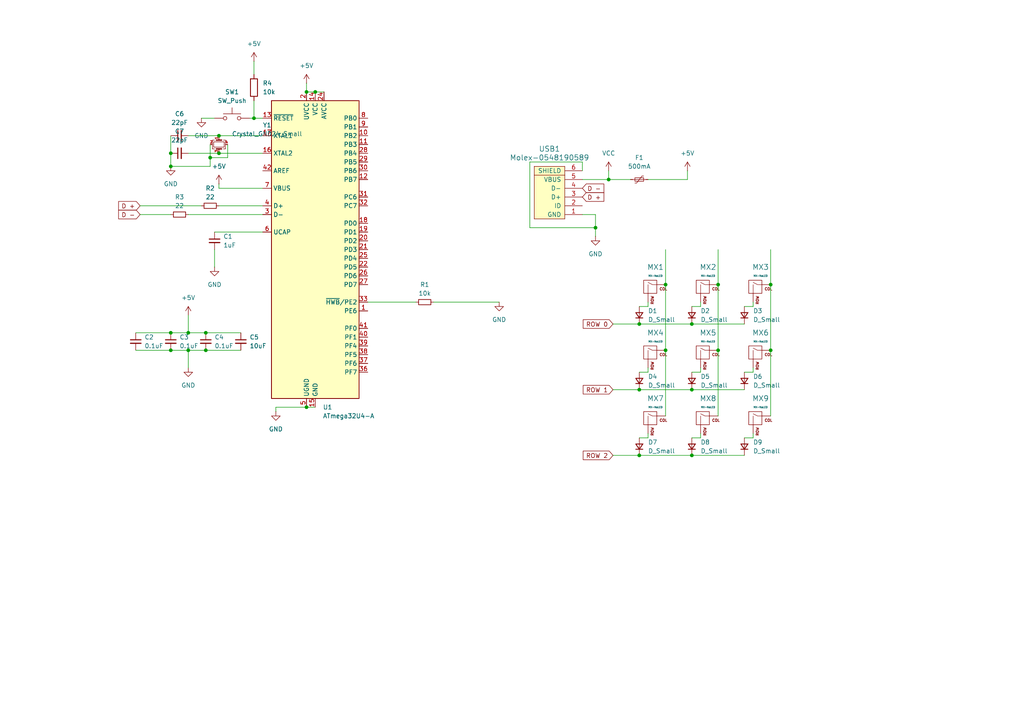
<source format=kicad_sch>
(kicad_sch (version 20231120) (generator "eeschema") (generator_version "8.0")
  (paper "A4")
  (lib_symbols
    (symbol "Device:C_Small" (pin_numbers hide) (pin_names (offset 0.254) hide)
      (property "Reference" "C" (at 0.254 1.778 0))
      (property "Value" "C_Small" (at 0.254 -2.032 0))
      (symbol "C_Small_0_1"
        (polyline (pts (xy -1.524 -0.508) (xy 1.524 -0.508)) (stroke (width 0.3302)))
        (polyline (pts (xy -1.524 0.508) (xy 1.524 0.508)) (stroke (width 0.3048)))
      )
      (symbol "C_Small_1_1"
        (pin passive line (at 0 2.54 270) (length 2.032) (name "~") (number "1"))
        (pin passive line (at 0 -2.54 90) (length 2.032) (name "~") (number "2"))
      )
    )
    (symbol "Device:Crystal_GND24_Small" (pin_names (offset 1.016) hide)
      (property "Reference" "Y" (at 1.27 4.445 0))
      (property "Value" "Crystal_GND24_Small" (at 1.27 2.54 0))
      (symbol "Crystal_GND24_Small_0_1"
        (rectangle (start -0.762 -1.524) (end 0.762 1.524))
        (polyline (pts (xy -1.27 -0.762) (xy -1.27 0.762)) (stroke (width 0.381)))
        (polyline (pts (xy 1.27 -0.762) (xy 1.27 0.762)) (stroke (width 0.381)))
        (polyline (pts (xy -1.27 -1.27) (xy -1.27 -1.905) (xy 1.27 -1.905) (xy 1.27 -1.27)))
        (polyline (pts (xy -1.27 1.27) (xy -1.27 1.905) (xy 1.27 1.905) (xy 1.27 1.27)))
      )
      (symbol "Crystal_GND24_Small_1_1"
        (pin passive line (at -2.54 0 0) (length 1.27) (name "1") (number "1"))
        (pin passive line (at 0 -2.54 90) (length 0.635) (name "2") (number "2"))
        (pin passive line (at 2.54 0 180) (length 1.27) (name "3") (number "3"))
        (pin passive line (at 0 2.54 270) (length 0.635) (name "4") (number "4"))
      )
    )
    (symbol "Device:D_Small" (pin_numbers hide) (pin_names (offset 0.254) hide)
      (property "Reference" "D" (at -1.27 2.032 0))
      (property "Value" "D_Small" (at -3.81 -2.032 0))
      (symbol "D_Small_0_1"
        (polyline (pts (xy -0.762 -1.016) (xy -0.762 1.016)) (stroke (width 0.254)))
        (polyline (pts (xy -0.762 0) (xy 0.762 0)))
        (polyline (pts (xy 0.762 -1.016) (xy -0.762 0) (xy 0.762 1.016) (xy 0.762 -1.016)) (stroke (width 0.254)))
      )
      (symbol "D_Small_1_1"
        (pin passive line (at -2.54 0 0) (length 1.778) (name "K") (number "1"))
        (pin passive line (at 2.54 0 180) (length 1.778) (name "A") (number "2"))
      )
    )
    (symbol "Device:Polyfuse_Small" (pin_numbers hide) (pin_names (offset 0))
      (property "Reference" "F" (at -1.905 0 90))
      (property "Value" "Polyfuse_Small" (at 1.905 0 90))
      (symbol "Polyfuse_Small_0_1"
        (rectangle (start -0.508 1.27) (end 0.508 -1.27))
        (polyline (pts (xy 0 2.54) (xy 0 -2.54)))
        (polyline (pts (xy -1.016 1.27) (xy -1.016 0.762) (xy 1.016 -0.762) (xy 1.016 -1.27)))
      )
      (symbol "Polyfuse_Small_1_1"
        (pin passive line (at 0 2.54 270) (length 0.635) (name "~") (number "1"))
        (pin passive line (at 0 -2.54 90) (length 0.635) (name "~") (number "2"))
      )
    )
    (symbol "Device:R" (pin_numbers hide) (pin_names (offset 0))
      (property "Reference" "R" (at 2.032 0 90))
      (property "Value" "R" (at 0 0 90))
      (symbol "R_0_1"
        (rectangle (start -1.016 -2.54) (end 1.016 2.54) (stroke (width 0.254)))
      )
      (symbol "R_1_1"
        (pin passive line (at 0 3.81 270) (length 1.27) (name "~") (number "1"))
        (pin passive line (at 0 -3.81 90) (length 1.27) (name "~") (number "2"))
      )
    )
    (symbol "Device:R_Small" (pin_numbers hide) (pin_names (offset 0.254) hide)
      (property "Reference" "R" (at 0.762 0.508 0))
      (property "Value" "R_Small" (at 0.762 -1.016 0))
      (symbol "R_Small_0_1"
        (rectangle (start -0.762 1.778) (end 0.762 -1.778) (stroke (width 0.2032)))
      )
      (symbol "R_Small_1_1"
        (pin passive line (at 0 2.54 270) (length 0.762) (name "~") (number "1"))
        (pin passive line (at 0 -2.54 90) (length 0.762) (name "~") (number "2"))
      )
    )
    (symbol "MCU_Microchip_ATmega:ATmega32U4-A"
      (property "Reference" "U" (at -12.7 44.45 0))
      (property "Value" "ATmega32U4-A" (at 2.54 -44.45 0))
      (symbol "ATmega32U4-A_0_1"
        (rectangle (start -12.7 -43.18) (end 12.7 43.18) (stroke (width 0.254)) (fill (type background)))
      )
      (symbol "ATmega32U4-A_1_1"
        (pin bidirectional line (at 15.24 -17.78 180) (length 2.54) (name "PE6") (number "1"))
        (pin bidirectional line (at 15.24 33.02 180) (length 2.54) (name "PB2") (number "10"))
        (pin bidirectional line (at 15.24 30.48 180) (length 2.54) (name "PB3") (number "11"))
        (pin bidirectional line (at 15.24 20.32 180) (length 2.54) (name "PB7") (number "12"))
        (pin input line (at -15.24 38.1 0) (length 2.54) (name "~{RESET}") (number "13"))
        (pin power_in line (at 0 45.72 270) (length 2.54) (name "VCC") (number "14"))
        (pin power_in line (at 0 -45.72 90) (length 2.54) (name "GND") (number "15"))
        (pin output line (at -15.24 27.94 0) (length 2.54) (name "XTAL2") (number "16"))
        (pin input line (at -15.24 33.02 0) (length 2.54) (name "XTAL1") (number "17"))
        (pin bidirectional line (at 15.24 7.62 180) (length 2.54) (name "PD0") (number "18"))
        (pin bidirectional line (at 15.24 5.08 180) (length 2.54) (name "PD1") (number "19"))
        (pin power_in line (at -2.54 45.72 270) (length 2.54) (name "UVCC") (number "2"))
        (pin bidirectional line (at 15.24 2.54 180) (length 2.54) (name "PD2") (number "20"))
        (pin bidirectional line (at 15.24 0 180) (length 2.54) (name "PD3") (number "21"))
        (pin bidirectional line (at 15.24 -5.08 180) (length 2.54) (name "PD5") (number "22"))
        (pin passive line (at 0 -45.72 90) (length 2.54) hide (name "GND") (number "23"))
        (pin power_in line (at 2.54 45.72 270) (length 2.54) (name "AVCC") (number "24"))
        (pin bidirectional line (at 15.24 -2.54 180) (length 2.54) (name "PD4") (number "25"))
        (pin bidirectional line (at 15.24 -7.62 180) (length 2.54) (name "PD6") (number "26"))
        (pin bidirectional line (at 15.24 -10.16 180) (length 2.54) (name "PD7") (number "27"))
        (pin bidirectional line (at 15.24 27.94 180) (length 2.54) (name "PB4") (number "28"))
        (pin bidirectional line (at 15.24 25.4 180) (length 2.54) (name "PB5") (number "29"))
        (pin bidirectional line (at -15.24 10.16 0) (length 2.54) (name "D-") (number "3"))
        (pin bidirectional line (at 15.24 22.86 180) (length 2.54) (name "PB6") (number "30"))
        (pin bidirectional line (at 15.24 15.24 180) (length 2.54) (name "PC6") (number "31"))
        (pin bidirectional line (at 15.24 12.7 180) (length 2.54) (name "PC7") (number "32"))
        (pin bidirectional line (at 15.24 -15.24 180) (length 2.54) (name "~{HWB}/PE2") (number "33"))
        (pin passive line (at 0 45.72 270) (length 2.54) hide (name "VCC") (number "34"))
        (pin passive line (at 0 -45.72 90) (length 2.54) hide (name "GND") (number "35"))
        (pin bidirectional line (at 15.24 -35.56 180) (length 2.54) (name "PF7") (number "36"))
        (pin bidirectional line (at 15.24 -33.02 180) (length 2.54) (name "PF6") (number "37"))
        (pin bidirectional line (at 15.24 -30.48 180) (length 2.54) (name "PF5") (number "38"))
        (pin bidirectional line (at 15.24 -27.94 180) (length 2.54) (name "PF4") (number "39"))
        (pin bidirectional line (at -15.24 12.7 0) (length 2.54) (name "D+") (number "4"))
        (pin bidirectional line (at 15.24 -25.4 180) (length 2.54) (name "PF1") (number "40"))
        (pin bidirectional line (at 15.24 -22.86 180) (length 2.54) (name "PF0") (number "41"))
        (pin passive line (at -15.24 22.86 0) (length 2.54) (name "AREF") (number "42"))
        (pin passive line (at 0 -45.72 90) (length 2.54) hide (name "GND") (number "43"))
        (pin passive line (at 2.54 45.72 270) (length 2.54) hide (name "AVCC") (number "44"))
        (pin passive line (at -2.54 -45.72 90) (length 2.54) (name "UGND") (number "5"))
        (pin passive line (at -15.24 5.08 0) (length 2.54) (name "UCAP") (number "6"))
        (pin input line (at -15.24 17.78 0) (length 2.54) (name "VBUS") (number "7"))
        (pin bidirectional line (at 15.24 38.1 180) (length 2.54) (name "PB0") (number "8"))
        (pin bidirectional line (at 15.24 35.56 180) (length 2.54) (name "PB1") (number "9"))
      )
    )
    (symbol "MX_Alps_Hybrid:MX-NoLED" (pin_names (offset 1.016))
      (property "Reference" "MX" (at -0.635 3.81 0))
      (property "Value" "MX-NoLED" (at -0.635 1.27 0))
      (symbol "MX-NoLED_0_0"
        (rectangle (start -2.54 2.54) (end 1.27 -1.27))
        (polyline (pts (xy -1.27 -1.27) (xy -1.27 1.27)) (stroke (width 0.127)))
        (polyline (pts (xy 1.27 1.27) (xy 0 1.27) (xy -1.27 1.905)) (stroke (width 0.127)))
        (text "COL" (at 3.175 0 0) (effects (font (size 0.762 0.762))))
        (text "ROW" (at 0 -1.905 900) (effects (font (size 0.762 0.762)) (justify right)))
      )
      (symbol "MX-NoLED_1_1"
        (pin passive line (at 3.81 1.27 180) (length 2.54) (name "COL") (number "1"))
        (pin passive line (at -1.27 -3.81 90) (length 2.54) (name "ROW") (number "2"))
      )
    )
    (symbol "Switch:SW_Push" (pin_numbers hide) (pin_names (offset 1.016) hide)
      (property "Reference" "SW" (at 1.27 2.54 0))
      (property "Value" "SW_Push" (at 0 -1.524 0))
      (symbol "SW_Push_0_1"
        (circle (center -2.032 0) (radius 0.508))
        (polyline (pts (xy 0 1.27) (xy 0 3.048)))
        (polyline (pts (xy 2.54 1.27) (xy -2.54 1.27)))
        (circle (center 2.032 0) (radius 0.508))
        (pin passive line (at -5.08 0 0) (length 2.54) (name "1") (number "1"))
        (pin passive line (at 5.08 0 180) (length 2.54) (name "2") (number "2"))
      )
    )
    (symbol "power:+5V" (power) (pin_numbers hide) (pin_names (offset 0) hide)
      (property "Value" "+5V" (at 0 3.556 0))
      (symbol "+5V_0_1"
        (polyline (pts (xy -0.762 1.27) (xy 0 2.54)))
        (polyline (pts (xy 0 0) (xy 0 2.54)))
        (polyline (pts (xy 0 2.54) (xy 0.762 1.27)))
      )
      (symbol "+5V_1_1"
        (pin power_in line (at 0 0 90) (length 0) (name "~") (number "1"))
      )
    )
    (symbol "power:GND" (power) (pin_numbers hide) (pin_names (offset 0) hide)
      (property "Value" "GND" (at 0 -3.81 0))
      (symbol "GND_0_1"
        (polyline (pts (xy 0 0) (xy 0 -1.27) (xy 1.27 -1.27) (xy 0 -2.54) (xy -1.27 -1.27) (xy 0 -1.27)))
      )
      (symbol "GND_1_1"
        (pin power_in line (at 0 0 270) (length 0) (name "~") (number "1"))
      )
    )
    (symbol "power:VCC" (power) (pin_numbers hide) (pin_names (offset 0) hide)
      (property "Value" "VCC" (at 0 3.556 0))
      (symbol "VCC_0_1"
        (polyline (pts (xy -0.762 1.27) (xy 0 2.54)))
        (polyline (pts (xy 0 0) (xy 0 2.54)))
        (polyline (pts (xy 0 2.54) (xy 0.762 1.27)))
      )
      (symbol "VCC_1_1"
        (pin power_in line (at 0 0 90) (length 0) (name "~") (number "1"))
      )
    )
    (symbol "random-keyboard-parts:Molex-0548190589" (pin_names (offset 1.016))
      (property "Reference" "USB" (at 0 7.62 0))
      (property "Value" "Molex-0548190589" (at 0 10.16 0))
      (symbol "Molex-0548190589_0_0"
        (polyline (pts (xy 6.35 -2.54) (xy 6.35 6.35)))
        (rectangle (start 8.89 -2.54) (end -6.35 6.35) (fill (type background)))
      )
      (symbol "Molex-0548190589_1_1"
        (pin input line (at -5.08 -7.62 90) (length 5.08) (name "GND") (number "1"))
        (pin input line (at -2.54 -7.62 90) (length 5.08) (name "ID") (number "2"))
        (pin input line (at 0 -7.62 90) (length 5.08) (name "D+") (number "3"))
        (pin input line (at 2.54 -7.62 90) (length 5.08) (name "D-") (number "4"))
        (pin input line (at 5.08 -7.62 90) (length 5.08) (name "VBUS") (number "5"))
        (pin input line (at 7.62 -7.62 90) (length 5.08) (name "SHIELD") (number "6"))
      )
    )
  )
  (junction (at 208.28 82.55))
  (junction (at 49.53 48.26))
  (junction (at 200.66 93.98))
  (junction (at 193.04 101.6))
  (junction (at 88.9 26.67))
  (junction (at 63.5 44.45))
  (junction (at 88.9 118.11))
  (junction (at 200.66 113.03))
  (junction (at 91.44 26.67))
  (junction (at 208.28 101.6))
  (junction (at 49.53 44.45))
  (junction (at 49.53 96.52))
  (junction (at 176.53 52.07))
  (junction (at 223.52 82.55))
  (junction (at 49.53 101.6))
  (junction (at 185.42 93.98))
  (junction (at 54.61 101.6))
  (junction (at 63.5 39.37))
  (junction (at 54.61 96.52))
  (junction (at 172.72 66.04))
  (junction (at 185.42 113.03))
  (junction (at 59.69 101.6))
  (junction (at 73.66 34.29))
  (junction (at 200.66 132.08))
  (junction (at 59.69 96.52))
  (junction (at 193.04 82.55))
  (junction (at 223.52 101.6))
  (junction (at 60.96 45.72))
  (junction (at 185.42 132.08))
  (wire (pts (xy 88.9 24.13) (xy 88.9 26.67)))
  (wire (pts (xy 187.96 88.9) (xy 185.42 88.9)))
  (wire (pts (xy 218.44 88.9) (xy 215.9 88.9)))
  (wire (pts (xy 223.52 82.55) (xy 223.52 101.6)))
  (wire (pts (xy 176.53 52.07) (xy 176.53 49.53)))
  (wire (pts (xy 177.8 132.08) (xy 185.42 132.08)))
  (wire (pts (xy 168.91 62.23) (xy 172.72 62.23)))
  (wire (pts (xy 218.44 106.68) (xy 218.44 107.95)))
  (wire (pts (xy 185.42 113.03) (xy 200.66 113.03)))
  (wire (pts (xy 177.8 93.98) (xy 185.42 93.98)))
  (wire (pts (xy 60.96 48.26) (xy 60.96 45.72)))
  (wire (pts (xy 59.69 96.52) (xy 69.85 96.52)))
  (wire (pts (xy 187.96 125.73) (xy 187.96 127)))
  (wire (pts (xy 73.66 29.21) (xy 73.66 34.29)))
  (wire (pts (xy 185.42 132.08) (xy 200.66 132.08)))
  (wire (pts (xy 199.39 52.07) (xy 199.39 49.53)))
  (wire (pts (xy 200.66 113.03) (xy 215.9 113.03)))
  (wire (pts (xy 76.2 54.61) (xy 63.5 54.61)))
  (wire (pts (xy 187.96 87.63) (xy 187.96 88.9)))
  (wire (pts (xy 54.61 62.23) (xy 76.2 62.23)))
  (wire (pts (xy 177.8 113.03) (xy 185.42 113.03)))
  (wire (pts (xy 54.61 101.6) (xy 59.69 101.6)))
  (wire (pts (xy 106.68 87.63) (xy 120.65 87.63)))
  (wire (pts (xy 187.96 127) (xy 185.42 127)))
  (wire (pts (xy 208.28 101.6) (xy 208.28 120.65)))
  (wire (pts (xy 187.96 107.95) (xy 185.42 107.95)))
  (wire (pts (xy 60.96 45.72) (xy 66.04 45.72)))
  (wire (pts (xy 54.61 39.37) (xy 63.5 39.37)))
  (wire (pts (xy 40.64 59.69) (xy 58.42 59.69)))
  (wire (pts (xy 187.96 106.68) (xy 187.96 107.95)))
  (wire (pts (xy 218.44 127) (xy 215.9 127)))
  (wire (pts (xy 63.5 39.37) (xy 76.2 39.37)))
  (wire (pts (xy 203.2 106.68) (xy 203.2 107.95)))
  (wire (pts (xy 49.53 101.6) (xy 54.61 101.6)))
  (wire (pts (xy 54.61 96.52) (xy 59.69 96.52)))
  (wire (pts (xy 49.53 44.45) (xy 49.53 48.26)))
  (wire (pts (xy 80.01 119.38) (xy 80.01 118.11)))
  (wire (pts (xy 88.9 26.67) (xy 91.44 26.67)))
  (wire (pts (xy 187.96 52.07) (xy 199.39 52.07)))
  (wire (pts (xy 218.44 125.73) (xy 218.44 127)))
  (wire (pts (xy 125.73 87.63) (xy 144.78 87.63)))
  (wire (pts (xy 88.9 118.11) (xy 91.44 118.11)))
  (wire (pts (xy 54.61 44.45) (xy 63.5 44.45)))
  (wire (pts (xy 54.61 91.44) (xy 54.61 96.52)))
  (wire (pts (xy 49.53 39.37) (xy 49.53 44.45)))
  (wire (pts (xy 63.5 44.45) (xy 76.2 44.45)))
  (wire (pts (xy 62.23 72.39) (xy 62.23 77.47)))
  (wire (pts (xy 203.2 125.73) (xy 203.2 127)))
  (wire (pts (xy 73.66 17.78) (xy 73.66 21.59)))
  (wire (pts (xy 54.61 101.6) (xy 54.61 106.68)))
  (wire (pts (xy 203.2 127) (xy 200.66 127)))
  (wire (pts (xy 62.23 67.31) (xy 76.2 67.31)))
  (wire (pts (xy 193.04 82.55) (xy 193.04 101.6)))
  (wire (pts (xy 185.42 93.98) (xy 200.66 93.98)))
  (wire (pts (xy 40.64 62.23) (xy 49.53 62.23)))
  (wire (pts (xy 223.52 72.39) (xy 223.52 82.55)))
  (wire (pts (xy 63.5 59.69) (xy 76.2 59.69)))
  (wire (pts (xy 203.2 88.9) (xy 200.66 88.9)))
  (wire (pts (xy 72.39 34.29) (xy 73.66 34.29)))
  (wire (pts (xy 66.04 45.72) (xy 66.04 41.91)))
  (wire (pts (xy 49.53 48.26) (xy 60.96 48.26)))
  (wire (pts (xy 49.53 96.52) (xy 54.61 96.52)))
  (wire (pts (xy 203.2 87.63) (xy 203.2 88.9)))
  (wire (pts (xy 153.67 66.04) (xy 172.72 66.04)))
  (wire (pts (xy 80.01 118.11) (xy 88.9 118.11)))
  (wire (pts (xy 168.91 49.53) (xy 168.91 46.99)))
  (wire (pts (xy 60.96 45.72) (xy 60.96 41.91)))
  (wire (pts (xy 223.52 101.6) (xy 223.52 120.65)))
  (wire (pts (xy 200.66 132.08) (xy 215.9 132.08)))
  (wire (pts (xy 200.66 93.98) (xy 215.9 93.98)))
  (wire (pts (xy 63.5 53.34) (xy 63.5 54.61)))
  (wire (pts (xy 172.72 62.23) (xy 172.72 66.04)))
  (wire (pts (xy 203.2 107.95) (xy 200.66 107.95)))
  (wire (pts (xy 39.37 96.52) (xy 49.53 96.52)))
  (wire (pts (xy 208.28 72.39) (xy 208.28 82.55)))
  (wire (pts (xy 193.04 72.39) (xy 193.04 82.55)))
  (wire (pts (xy 218.44 87.63) (xy 218.44 88.9)))
  (wire (pts (xy 176.53 52.07) (xy 182.88 52.07)))
  (wire (pts (xy 218.44 107.95) (xy 215.9 107.95)))
  (wire (pts (xy 208.28 82.55) (xy 208.28 101.6)))
  (wire (pts (xy 58.42 34.29) (xy 62.23 34.29)))
  (wire (pts (xy 168.91 46.99) (xy 153.67 46.99)))
  (wire (pts (xy 153.67 46.99) (xy 153.67 66.04)))
  (wire (pts (xy 168.91 52.07) (xy 176.53 52.07)))
  (wire (pts (xy 172.72 66.04) (xy 172.72 68.58)))
  (wire (pts (xy 59.69 101.6) (xy 69.85 101.6)))
  (wire (pts (xy 193.04 101.6) (xy 193.04 120.65)))
  (wire (pts (xy 91.44 26.67) (xy 93.98 26.67)))
  (wire (pts (xy 39.37 101.6) (xy 49.53 101.6)))
  (wire (pts (xy 73.66 34.29) (xy 76.2 34.29)))
  (global_label "D -" (shape input) (at 40.64 62.23 180) (property "Intersheetrefs" "${INTERSHEET_REFS}" (effects (hide yes))))
  (global_label "D +" (shape input) (at 40.64 59.69 180) (property "Intersheetrefs" "${INTERSHEET_REFS}" (effects (hide yes))))
  (global_label "ROW 0" (shape input) (at 177.8 93.98 180) (property "Intersheetrefs" "${INTERSHEET_REFS}" (effects (hide yes))))
  (global_label "D -" (shape input) (at 168.91 54.61 0) (property "Intersheetrefs" "${INTERSHEET_REFS}" (effects (hide yes))))
  (global_label "D +" (shape input) (at 168.91 57.15 0) (property "Intersheetrefs" "${INTERSHEET_REFS}" (effects (hide yes))))
  (global_label "ROW 2" (shape input) (at 177.8 132.08 180) (property "Intersheetrefs" "${INTERSHEET_REFS}" (effects (hide yes))))
  (global_label "ROW 1" (shape input) (at 177.8 113.03 180) (property "Intersheetrefs" "${INTERSHEET_REFS}" (effects (hide yes))))
  (symbol (lib_id "power:GND") (at 62.23 77.47 0) (unit 1)
    (property "Reference" "#PWR04" (effects (hide yes)))
    (property "Value" "GND" (at 62.23 82.55 0))
    (property "Description" "Power symbol creates a global label with name \"GND\" , ground" (effects (hide yes)))
  )
  (symbol (lib_id "power:+5V") (at 199.39 49.53 0) (unit 1)
    (property "Reference" "#PWR012" (effects (hide yes)))
    (property "Value" "+5V" (at 199.39 44.45 0))
    (property "Description" "Power symbol creates a global label with name \"+5V\"" (effects (hide yes)))
  )
  (symbol (lib_id "Device:D_Small") (at 185.42 129.54 90) (unit 1)
    (property "Reference" "D7" (at 187.96 128.2699 90) (effects (justify right)))
    (property "Value" "D_Small" (at 187.96 130.8099 90) (effects (justify right)))
    (property "Footprint" "Diode_SMD:D_SOD-123" (effects (hide yes)))
    (property "Description" "Diode, small symbol" (effects (hide yes)))
    (property "Sim.Device" "D" (effects (hide yes)))
    (property "Sim.Pins" "1=K 2=A" (effects (hide yes)))
  )
  (symbol (lib_id "MX_Alps_Hybrid:MX-NoLED") (at 189.23 83.82 0) (unit 1)
    (property "Reference" "MX1" (at 190.1252 77.47 0) (effects (font (size 1.524 1.524))))
    (property "Value" "MX-NoLED" (at 190.1252 80.01 0) (effects (font (size 0.508 0.508))))
    (property "Footprint" "MX_Alps_Hybrid:MX-1U-NoLED" (effects (hide yes)))
  )
  (symbol (lib_id "power:VCC") (at 176.53 49.53 0) (unit 1)
    (property "Reference" "#PWR013" (effects (hide yes)))
    (property "Value" "VCC" (at 176.53 44.45 0))
    (property "Description" "Power symbol creates a global label with name \"VCC\"" (effects (hide yes)))
  )
  (symbol (lib_id "power:GND") (at 144.78 87.63 0) (unit 1)
    (property "Reference" "#PWR03" (effects (hide yes)))
    (property "Value" "GND" (at 144.78 92.71 0))
    (property "Description" "Power symbol creates a global label with name \"GND\" , ground" (effects (hide yes)))
  )
  (symbol (lib_id "Device:C_Small") (at 62.23 69.85 0) (unit 1)
    (property "Reference" "C1" (at 64.77 68.5862 0) (effects (justify left)))
    (property "Value" "1uF" (at 64.77 71.1262 0) (effects (justify left)))
    (property "Footprint" "Capacitor_SMD:C_0805_2012Metric" (effects (hide yes)))
    (property "Description" "Unpolarized capacitor, small symbol" (effects (hide yes)))
  )
  (symbol (lib_id "MCU_Microchip_ATmega:ATmega32U4-A") (at 91.44 72.39 0) (unit 1)
    (property "Reference" "U1" (at 93.6341 118.11 0) (effects (justify left)))
    (property "Value" "ATmega32U4-A" (at 93.6341 120.65 0) (effects (justify left)))
    (property "Footprint" "Package_QFP:TQFP-44_10x10mm_P0.8mm" (effects (hide yes)))
    (property "Datasheet" "http://ww1.microchip.com/downloads/en/DeviceDoc/Atmel-7766-8-bit-AVR-ATmega16U4-32U4_Datasheet.pdf" (effects (hide yes)))
    (property "Description" "16MHz, 32kB Flash, 2.5kB SRAM, 1kB EEPROM, USB 2.0, TQFP-44" (effects (hide yes)))
  )
  (symbol (lib_id "Device:D_Small") (at 185.42 110.49 90) (unit 1)
    (property "Reference" "D4" (at 187.96 109.2199 90) (effects (justify right)))
    (property "Value" "D_Small" (at 187.96 111.7599 90) (effects (justify right)))
    (property "Footprint" "Diode_SMD:D_SOD-123" (effects (hide yes)))
    (property "Description" "Diode, small symbol" (effects (hide yes)))
    (property "Sim.Device" "D" (effects (hide yes)))
    (property "Sim.Pins" "1=K 2=A" (effects (hide yes)))
  )
  (symbol (lib_id "MX_Alps_Hybrid:MX-NoLED") (at 189.23 121.92 0) (unit 1)
    (property "Reference" "MX7" (at 190.1252 115.57 0) (effects (font (size 1.524 1.524))))
    (property "Value" "MX-NoLED" (at 190.1252 118.11 0) (effects (font (size 0.508 0.508))))
    (property "Footprint" "MX_Alps_Hybrid:MX-1U-NoLED" (effects (hide yes)))
  )
  (symbol (lib_id "power:GND") (at 172.72 68.58 0) (unit 1)
    (property "Reference" "#PWR011" (effects (hide yes)))
    (property "Value" "GND" (at 172.72 73.66 0))
    (property "Description" "Power symbol creates a global label with name \"GND\" , ground" (effects (hide yes)))
  )
  (symbol (lib_id "Device:D_Small") (at 215.9 129.54 90) (unit 1)
    (property "Reference" "D9" (at 218.44 128.2699 90) (effects (justify right)))
    (property "Value" "D_Small" (at 218.44 130.8099 90) (effects (justify right)))
    (property "Footprint" "Diode_SMD:D_SOD-123" (effects (hide yes)))
    (property "Description" "Diode, small symbol" (effects (hide yes)))
    (property "Sim.Device" "D" (effects (hide yes)))
    (property "Sim.Pins" "1=K 2=A" (effects (hide yes)))
  )
  (symbol (lib_id "MX_Alps_Hybrid:MX-NoLED") (at 204.47 102.87 0) (unit 1)
    (property "Reference" "MX5" (at 205.3652 96.52 0) (effects (font (size 1.524 1.524))))
    (property "Value" "MX-NoLED" (at 205.3652 99.06 0) (effects (font (size 0.508 0.508))))
    (property "Footprint" "MX_Alps_Hybrid:MX-1U-NoLED" (effects (hide yes)))
  )
  (symbol (lib_id "Device:C_Small") (at 69.85 99.06 0) (unit 1)
    (property "Reference" "C5" (at 72.39 97.7962 0) (effects (justify left)))
    (property "Value" "10uF" (at 72.39 100.3362 0) (effects (justify left)))
    (property "Footprint" "Capacitor_SMD:C_0805_2012Metric" (effects (hide yes)))
    (property "Description" "Unpolarized capacitor, small symbol" (effects (hide yes)))
  )
  (symbol (lib_id "MX_Alps_Hybrid:MX-NoLED") (at 189.23 102.87 0) (unit 1)
    (property "Reference" "MX4" (at 190.1252 96.52 0) (effects (font (size 1.524 1.524))))
    (property "Value" "MX-NoLED" (at 190.1252 99.06 0) (effects (font (size 0.508 0.508))))
    (property "Footprint" "MX_Alps_Hybrid:MX-1U-NoLED" (effects (hide yes)))
  )
  (symbol (lib_id "MX_Alps_Hybrid:MX-NoLED") (at 219.71 102.87 0) (unit 1)
    (property "Reference" "MX6" (at 220.6052 96.52 0) (effects (font (size 1.524 1.524))))
    (property "Value" "MX-NoLED" (at 220.6052 99.06 0) (effects (font (size 0.508 0.508))))
    (property "Footprint" "MX_Alps_Hybrid:MX-1U-NoLED" (effects (hide yes)))
  )
  (symbol (lib_id "Device:R") (at 73.66 25.4 0) (unit 1)
    (property "Reference" "R4" (at 76.2 24.1299 0) (effects (justify left)))
    (property "Value" "10k" (at 76.2 26.6699 0) (effects (justify left)))
    (property "Footprint" "Resistor_SMD:R_0805_2012Metric" (effects (hide yes)))
    (property "Description" "Resistor" (effects (hide yes)))
  )
  (symbol (lib_id "Device:D_Small") (at 215.9 91.44 90) (unit 1)
    (property "Reference" "D3" (at 218.44 90.1699 90) (effects (justify right)))
    (property "Value" "D_Small" (at 218.44 92.7099 90) (effects (justify right)))
    (property "Footprint" "Diode_SMD:D_SOD-123" (effects (hide yes)))
    (property "Description" "Diode, small symbol" (effects (hide yes)))
    (property "Sim.Device" "D" (effects (hide yes)))
    (property "Sim.Pins" "1=K 2=A" (effects (hide yes)))
  )
  (symbol (lib_id "Device:R_Small") (at 52.07 62.23 90) (unit 1)
    (property "Reference" "R3" (at 52.07 57.15 90))
    (property "Value" "22" (at 52.07 59.69 90))
    (property "Footprint" "Resistor_SMD:R_0805_2012Metric" (effects (hide yes)))
    (property "Description" "Resistor, small symbol" (effects (hide yes)))
  )
  (symbol (lib_id "MX_Alps_Hybrid:MX-NoLED") (at 219.71 121.92 0) (unit 1)
    (property "Reference" "MX9" (at 220.6052 115.57 0) (effects (font (size 1.524 1.524))))
    (property "Value" "MX-NoLED" (at 220.6052 118.11 0) (effects (font (size 0.508 0.508))))
    (property "Footprint" "MX_Alps_Hybrid:MX-1U-NoLED" (effects (hide yes)))
  )
  (symbol (lib_id "Switch:SW_Push") (at 67.31 34.29 0) (unit 1)
    (property "Reference" "SW1" (at 67.31 26.67 0))
    (property "Value" "SW_Push" (at 67.31 29.21 0))
    (property "Footprint" "random-keyboard-parts:SKQG-1155865" (effects (hide yes)))
    (property "Description" "Push button switch, generic, two pins" (effects (hide yes)))
  )
  (symbol (lib_id "power:+5V") (at 54.61 91.44 0) (unit 1)
    (property "Reference" "#PWR06" (effects (hide yes)))
    (property "Value" "+5V" (at 54.61 86.36 0))
    (property "Description" "Power symbol creates a global label with name \"+5V\"" (effects (hide yes)))
  )
  (symbol (lib_id "Device:D_Small") (at 185.42 91.44 90) (unit 1)
    (property "Reference" "D1" (at 187.96 90.1699 90) (effects (justify right)))
    (property "Value" "D_Small" (at 187.96 92.7099 90) (effects (justify right)))
    (property "Footprint" "Diode_SMD:D_SOD-123" (effects (hide yes)))
    (property "Description" "Diode, small symbol" (effects (hide yes)))
    (property "Sim.Device" "D" (effects (hide yes)))
    (property "Sim.Pins" "1=K 2=A" (effects (hide yes)))
  )
  (symbol (lib_id "power:+5V") (at 88.9 24.13 0) (unit 1)
    (property "Reference" "#PWR01" (effects (hide yes)))
    (property "Value" "+5V" (at 88.9 19.05 0))
    (property "Description" "Power symbol creates a global label with name \"+5V\"" (effects (hide yes)))
  )
  (symbol (lib_id "Device:C_Small") (at 52.07 44.45 90) (unit 1)
    (property "Reference" "C7" (at 52.0763 38.1 90))
    (property "Value" "22pF" (at 52.0763 40.64 90))
    (property "Footprint" "Capacitor_SMD:C_0805_2012Metric" (effects (hide yes)))
    (property "Description" "Unpolarized capacitor, small symbol" (effects (hide yes)))
  )
  (symbol (lib_id "power:GND") (at 49.53 48.26 0) (unit 1)
    (property "Reference" "#PWR08" (effects (hide yes)))
    (property "Value" "GND" (at 49.53 53.34 0))
    (property "Description" "Power symbol creates a global label with name \"GND\" , ground" (effects (hide yes)))
  )
  (symbol (lib_id "MX_Alps_Hybrid:MX-NoLED") (at 204.47 83.82 0) (unit 1)
    (property "Reference" "MX2" (at 205.3652 77.47 0) (effects (font (size 1.524 1.524))))
    (property "Value" "MX-NoLED" (at 205.3652 80.01 0) (effects (font (size 0.508 0.508))))
    (property "Footprint" "MX_Alps_Hybrid:MX-1U-NoLED" (effects (hide yes)))
  )
  (symbol (lib_id "Device:D_Small") (at 200.66 129.54 90) (unit 1)
    (property "Reference" "D8" (at 203.2 128.2699 90) (effects (justify right)))
    (property "Value" "D_Small" (at 203.2 130.8099 90) (effects (justify right)))
    (property "Footprint" "Diode_SMD:D_SOD-123" (effects (hide yes)))
    (property "Description" "Diode, small symbol" (effects (hide yes)))
    (property "Sim.Device" "D" (effects (hide yes)))
    (property "Sim.Pins" "1=K 2=A" (effects (hide yes)))
  )
  (symbol (lib_id "Device:D_Small") (at 200.66 110.49 90) (unit 1)
    (property "Reference" "D5" (at 203.2 109.2199 90) (effects (justify right)))
    (property "Value" "D_Small" (at 203.2 111.7599 90) (effects (justify right)))
    (property "Footprint" "Diode_SMD:D_SOD-123" (effects (hide yes)))
    (property "Description" "Diode, small symbol" (effects (hide yes)))
    (property "Sim.Device" "D" (effects (hide yes)))
    (property "Sim.Pins" "1=K 2=A" (effects (hide yes)))
  )
  (symbol (lib_id "MX_Alps_Hybrid:MX-NoLED") (at 204.47 121.92 0) (unit 1)
    (property "Reference" "MX8" (at 205.3652 115.57 0) (effects (font (size 1.524 1.524))))
    (property "Value" "MX-NoLED" (at 205.3652 118.11 0) (effects (font (size 0.508 0.508))))
    (property "Footprint" "MX_Alps_Hybrid:MX-1U-NoLED" (effects (hide yes)))
  )
  (symbol (lib_id "Device:R_Small") (at 123.19 87.63 90) (unit 1)
    (property "Reference" "R1" (at 123.19 82.55 90))
    (property "Value" "10k" (at 123.19 85.09 90))
    (property "Footprint" "Resistor_SMD:R_0805_2012Metric" (effects (hide yes)))
    (property "Description" "Resistor, small symbol" (effects (hide yes)))
  )
  (symbol (lib_id "Device:C_Small") (at 52.07 39.37 90) (unit 1)
    (property "Reference" "C6" (at 52.0763 33.02 90))
    (property "Value" "22pF" (at 52.0763 35.56 90))
    (property "Footprint" "Capacitor_SMD:C_0805_2012Metric" (effects (hide yes)))
    (property "Description" "Unpolarized capacitor, small symbol" (effects (hide yes)))
  )
  (symbol (lib_id "Device:Crystal_GND24_Small") (at 63.5 41.91 270) (unit 1)
    (property "Reference" "Y1" (at 77.47 36.2898 90))
    (property "Value" "Crystal_GND24_Small" (at 77.47 38.8298 90))
    (property "Footprint" "Crystal:Crystal_SMD_3225-4Pin_3.2x2.5mm" (effects (hide yes)))
    (property "Description" "Four pin crystal, GND on pins 2 and 4, small symbol" (effects (hide yes)))
  )
  (symbol (lib_id "Device:C_Small") (at 39.37 99.06 0) (unit 1)
    (property "Reference" "C2" (at 41.91 97.7962 0) (effects (justify left)))
    (property "Value" "0.1uF" (at 41.91 100.3362 0) (effects (justify left)))
    (property "Footprint" "Capacitor_SMD:C_0805_2012Metric" (effects (hide yes)))
    (property "Description" "Unpolarized capacitor, small symbol" (effects (hide yes)))
  )
  (symbol (lib_id "power:GND") (at 54.61 106.68 0) (unit 1)
    (property "Reference" "#PWR05" (effects (hide yes)))
    (property "Value" "GND" (at 54.61 111.76 0))
    (property "Description" "Power symbol creates a global label with name \"GND\" , ground" (effects (hide yes)))
  )
  (symbol (lib_id "power:+5V") (at 63.5 53.34 0) (unit 1)
    (property "Reference" "#PWR07" (effects (hide yes)))
    (property "Value" "+5V" (at 63.5 48.26 0))
    (property "Description" "Power symbol creates a global label with name \"+5V\"" (effects (hide yes)))
  )
  (symbol (lib_id "Device:D_Small") (at 200.66 91.44 90) (unit 1)
    (property "Reference" "D2" (at 203.2 90.1699 90) (effects (justify right)))
    (property "Value" "D_Small" (at 203.2 92.7099 90) (effects (justify right)))
    (property "Footprint" "Diode_SMD:D_SOD-123" (effects (hide yes)))
    (property "Description" "Diode, small symbol" (effects (hide yes)))
    (property "Sim.Device" "D" (effects (hide yes)))
    (property "Sim.Pins" "1=K 2=A" (effects (hide yes)))
  )
  (symbol (lib_id "MX_Alps_Hybrid:MX-NoLED") (at 219.71 83.82 0) (unit 1)
    (property "Reference" "MX3" (at 220.6052 77.47 0) (effects (font (size 1.524 1.524))))
    (property "Value" "MX-NoLED" (at 220.6052 80.01 0) (effects (font (size 0.508 0.508))))
    (property "Footprint" "MX_Alps_Hybrid:MX-1U-NoLED" (effects (hide yes)))
  )
  (symbol (lib_id "Device:D_Small") (at 215.9 110.49 90) (unit 1)
    (property "Reference" "D6" (at 218.44 109.2199 90) (effects (justify right)))
    (property "Value" "D_Small" (at 218.44 111.7599 90) (effects (justify right)))
    (property "Footprint" "Diode_SMD:D_SOD-123" (effects (hide yes)))
    (property "Description" "Diode, small symbol" (effects (hide yes)))
    (property "Sim.Device" "D" (effects (hide yes)))
    (property "Sim.Pins" "1=K 2=A" (effects (hide yes)))
  )
  (symbol (lib_id "random-keyboard-parts:Molex-0548190589") (at 161.29 57.15 90) (unit 1)
    (property "Reference" "USB1" (at 159.385 43.18 90) (effects (font (size 1.524 1.524))))
    (property "Value" "Molex-0548190589" (at 159.385 45.72 90) (effects (font (size 1.524 1.524))))
    (property "Footprint" "random-keyboard-parts:Molex-0548190589" (effects (hide yes)))
  )
  (symbol (lib_id "Device:C_Small") (at 49.53 99.06 0) (unit 1)
    (property "Reference" "C3" (at 52.07 97.7962 0) (effects (justify left)))
    (property "Value" "0.1uF" (at 52.07 100.3362 0) (effects (justify left)))
    (property "Footprint" "Capacitor_SMD:C_0805_2012Metric" (effects (hide yes)))
    (property "Description" "Unpolarized capacitor, small symbol" (effects (hide yes)))
  )
  (symbol (lib_id "Device:C_Small") (at 59.69 99.06 0) (unit 1)
    (property "Reference" "C4" (at 62.23 97.7962 0) (effects (justify left)))
    (property "Value" "0.1uF" (at 62.23 100.3362 0) (effects (justify left)))
    (property "Footprint" "Capacitor_SMD:C_0805_2012Metric" (effects (hide yes)))
    (property "Description" "Unpolarized capacitor, small symbol" (effects (hide yes)))
  )
  (symbol (lib_id "power:GND") (at 58.42 34.29 0) (unit 1)
    (property "Reference" "#PWR09" (effects (hide yes)))
    (property "Value" "GND" (at 58.42 39.37 0))
    (property "Description" "Power symbol creates a global label with name \"GND\" , ground" (effects (hide yes)))
  )
  (symbol (lib_id "power:+5V") (at 73.66 17.78 0) (unit 1)
    (property "Reference" "#PWR010" (effects (hide yes)))
    (property "Value" "+5V" (at 73.66 12.7 0))
    (property "Description" "Power symbol creates a global label with name \"+5V\"" (effects (hide yes)))
  )
  (symbol (lib_id "Device:R_Small") (at 60.96 59.69 90) (unit 1)
    (property "Reference" "R2" (at 60.96 54.61 90))
    (property "Value" "22" (at 60.96 57.15 90))
    (property "Footprint" "Resistor_SMD:R_0805_2012Metric" (effects (hide yes)))
    (property "Description" "Resistor, small symbol" (effects (hide yes)))
  )
  (symbol (lib_id "Device:Polyfuse_Small") (at 185.42 52.07 90) (unit 1)
    (property "Reference" "F1" (at 185.42 45.72 90))
    (property "Value" "500mA" (at 185.42 48.26 90))
    (property "Footprint" "Fuse:Fuse_1206_3216Metric" (effects (hide yes)))
    (property "Description" "Resettable fuse, polymeric positive temperature coefficient, small symbol" (effects (hide yes)))
  )
  (symbol (lib_id "power:GND") (at 80.01 119.38 0) (unit 1)
    (property "Reference" "#PWR02" (effects (hide yes)))
    (property "Value" "GND" (at 80.01 124.46 0))
    (property "Description" "Power symbol creates a global label with name \"GND\" , ground" (effects (hide yes)))
  )
)
</source>
